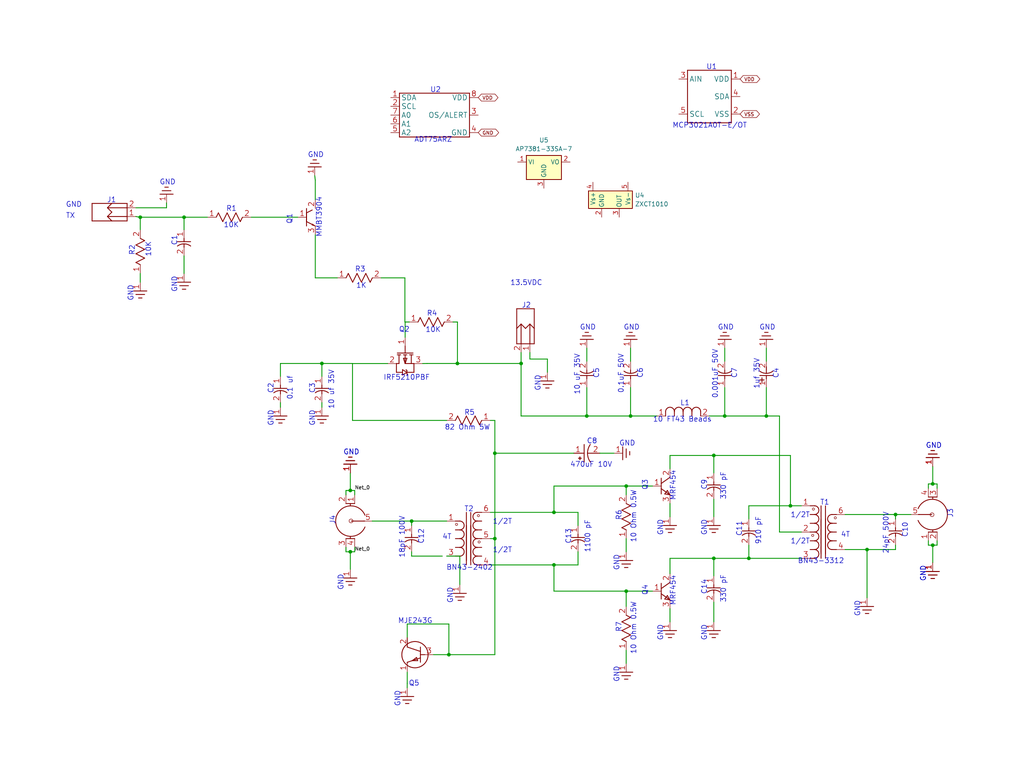
<source format=kicad_sch>
(kicad_sch (version 20250114) (generator "eeschema") (generator_version "9.0")
  (paper "User" 297.002 224.815)
  (lib_symbols
    (symbol "Amplifier_Current:ZXCT1010" (pin_names (offset 0.254))
      (property "Reference" "U" (at 7.62 1.27 0))
      (property "Value" "ZXCT1010" (at 7.62 -1.27 0))
      (symbol "ZXCT1010_1_1"
        (pin input line (at -5.08 5.08 270) (length 2.54) (name "Vs+") (number "4"))
        (pin power_in line (at -2.54 -5.08 90) (length 2.54) (name "GND") (number "2"))
        (pin no_connect line (at 0 2.54 270) (length 2.54) (hide yes) (name "NC") (number "1"))
        (pin output line (at 2.54 -5.08 90) (length 2.54) (name "OUT") (number "3"))
        (pin input line (at 5.08 5.08 270) (length 2.54) (name "Vs-") (number "5"))
      )
    )
    (symbol "K9HZ_100W_PA_MRF454_Vers-eagle-import:2108-V-RC"
      (symbol "2108-V-RC_1_0"
        (pin passive line (at -7.62 -1.27 0) (length 2.54) (name "1") (number "1"))
        (pin passive line (at 7.62 -1.27 180) (length 2.54) (name "2") (number "2"))
      )
    )
    (symbol "K9HZ_100W_PA_MRF454_Vers-eagle-import:395310002"
      (symbol "395310002_1_0"
        (pin passive line (at 7.62 1.27 180) (length 2.54) (name "P1") (number "1"))
        (pin passive line (at 7.62 -1.27 180) (length 2.54) (name "P2") (number "2"))
      )
    )
    (symbol "K9HZ_100W_PA_MRF454_Vers-eagle-import:901-144"
      (symbol "901-144_1_0"
        (pin bidirectional line (at -6.35 0 0) (length 2.54) (name "CON") (number "5"))
        (pin power_in line (at -1.27 7.62 270) (length 2.54) (name "GND@2") (number "4"))
        (pin power_in line (at -1.27 -7.62 90) (length 2.54) (name "GND@1") (number "1"))
        (pin power_in line (at 1.27 7.62 270) (length 2.54) (name "GND@4") (number "3"))
        (pin power_in line (at 1.27 -7.62 90) (length 2.54) (name "GND@3") (number "2"))
      )
    )
    (symbol "K9HZ_100W_PA_MRF454_Vers-eagle-import:901-144_20"
      (symbol "901-144_20_1_0"
        (pin power_in line (at -1.27 7.62 270) (length 2.54) (name "GND@3") (number "2"))
        (pin power_in line (at -1.27 -7.62 90) (length 2.54) (name "GND@4") (number "3"))
        (pin power_in line (at 1.27 7.62 270) (length 2.54) (name "GND@1") (number "1"))
        (pin power_in line (at 1.27 -7.62 90) (length 2.54) (name "GND@2") (number "4"))
        (pin bidirectional line (at 6.35 0 180) (length 2.54) (name "CON") (number "5"))
      )
    )
    (symbol "K9HZ_100W_PA_MRF454_Vers-eagle-import:ADT75ARZ"
      (symbol "ADT75ARZ_1_0"
        (pin bidirectional line (at -12.7 5.08 0) (length 2.54) (name "SDA") (number "1"))
        (pin input line (at -12.7 2.54 0) (length 2.54) (name "SCL") (number "2"))
        (pin input line (at -12.7 0 0) (length 2.54) (name "A0") (number "7"))
        (pin input line (at -12.7 -2.54 0) (length 2.54) (name "A1") (number "6"))
        (pin input line (at -12.7 -5.08 0) (length 2.54) (name "A2") (number "5"))
        (pin power_in line (at 12.7 5.08 180) (length 2.54) (name "VDD") (number "8"))
        (pin output line (at 12.7 0 180) (length 2.54) (name "OS/ALERT") (number "3"))
        (pin power_in line (at 12.7 -5.08 180) (length 2.54) (name "GND") (number "4"))
      )
    )
    (symbol "K9HZ_100W_PA_MRF454_Vers-eagle-import:BN43-2402"
      (symbol "BN43-2402_1_0"
        (pin passive line (at -6.35 5.08 0) (length 2.54) (name "2") (number "1"))
        (pin passive line (at -6.35 -5.08 0) (length 2.54) (name "6") (number "3"))
        (pin passive line (at 6.35 7.62 180) (length 2.54) (name "1") (number "6"))
        (pin passive line (at 6.35 0 180) (length 2.54) (name "3") (number "5"))
        (pin passive line (at 6.35 -7.62 180) (length 2.54) (name "5") (number "4"))
      )
    )
    (symbol "K9HZ_100W_PA_MRF454_Vers-eagle-import:BN43-3312"
      (symbol "BN43-3312_1_0"
        (pin passive line (at -6.35 7.62 0) (length 2.54) (name "1") (number "1"))
        (pin passive line (at -6.35 0 0) (length 2.54) (name "3") (number "2"))
        (pin passive line (at -6.35 -7.62 0) (length 2.54) (name "5") (number "3"))
        (pin passive line (at 6.35 5.08 180) (length 2.54) (name "2") (number "6"))
        (pin passive line (at 6.35 -5.08 180) (length 2.54) (name "6") (number "4"))
      )
    )
    (symbol "K9HZ_100W_PA_MRF454_Vers-eagle-import:CAP_1206"
      (symbol "CAP_1206_1_0"
        (pin passive line (at -3.81 0 0) (length 2.54) (name "1") (number "1"))
        (pin passive line (at 3.81 0 180) (length 2.54) (name "2") (number "2"))
      )
    )
    (symbol "K9HZ_100W_PA_MRF454_Vers-eagle-import:CAP_1825"
      (symbol "CAP_1825_1_0"
        (pin passive line (at -3.81 0 0) (length 2.54) (name "1") (number "1"))
        (pin passive line (at 3.81 0 180) (length 2.54) (name "2") (number "2"))
      )
    )
    (symbol "K9HZ_100W_PA_MRF454_Vers-eagle-import:CFR3WSJT-73-10R"
      (symbol "CFR3WSJT-73-10R_1_0"
        (pin passive line (at -6.35 0 0) (length 2.54) (name "1") (number "1"))
        (pin passive line (at 6.35 0 180) (length 2.54) (name "2") (number "2"))
      )
    )
    (symbol "K9HZ_100W_PA_MRF454_Vers-eagle-import:EEV107M035(1)9HAA"
      (symbol "EEV107M035(1)9HAA_1_0"
        (pin passive line (at -3.81 0 0) (length 2.54) (name "PLUS") (number "1"))
        (pin passive line (at 3.81 0 180) (length 2.54) (name "MINUS") (number "2"))
      )
    )
    (symbol "K9HZ_100W_PA_MRF454_Vers-eagle-import:GND" (power)
      (symbol "GND_1_0"
        (pin power_in line (at 0 3.556 270) (length 2.54) (name "GND") (number "1"))
      )
    )
    (symbol "K9HZ_100W_PA_MRF454_Vers-eagle-import:GND_11" (power)
      (symbol "GND_11_1_0"
        (pin power_in line (at 0 -3.556 90) (length 2.54) (name "GND") (number "1"))
      )
    )
    (symbol "K9HZ_100W_PA_MRF454_Vers-eagle-import:HDR-1X2"
      (symbol "HDR-1X2_1_0"
        (pin passive line (at 7.62 1.27 180) (length 2.54) (name "P2") (number "2"))
        (pin passive line (at 7.62 -1.27 180) (length 2.54) (name "P1") (number "1"))
      )
    )
    (symbol "K9HZ_100W_PA_MRF454_Vers-eagle-import:IRF5210PBF"
      (symbol "IRF5210PBF_1_0"
        (pin passive line (at -6.731 0 0) (length 2.54) (name "G") (number "1"))
        (pin passive line (at 0.889 5.08 270) (length 2.54) (name "S") (number "3"))
        (pin passive line (at 0.889 -5.08 90) (length 2.54) (name "D") (number "2"))
      )
    )
    (symbol "K9HZ_100W_PA_MRF454_Vers-eagle-import:MCP3021A0T-E/OT"
      (symbol "MCP3021A0T-E/OT_1_0"
        (pin input line (at -8.89 5.08 0) (length 2.54) (name "AIN") (number "3"))
        (pin input line (at -8.89 -5.08 0) (length 2.54) (name "SCL") (number "5"))
        (pin power_in line (at 8.89 5.08 180) (length 2.54) (name "VDD") (number "1"))
        (pin bidirectional line (at 8.89 0 180) (length 2.54) (name "SDA") (number "4"))
        (pin power_in line (at 8.89 -5.08 180) (length 2.54) (name "VSS") (number "2"))
      )
    )
    (symbol "K9HZ_100W_PA_MRF454_Vers-eagle-import:MJE243G"
      (symbol "MJE243G_1_0"
        (pin passive line (at -2.235 4.445 270) (length 2.54) (name "C") (number "2"))
        (pin passive line (at -2.235 -5.715 90) (length 2.54) (name "E") (number "1"))
        (pin passive line (at 5.385 -0.635 180) (length 2.54) (name "B") (number "3"))
      )
    )
    (symbol "K9HZ_100W_PA_MRF454_Vers-eagle-import:MMBT3904"
      (symbol "MMBT3904_1_0"
        (pin passive line (at -3.81 0 0) (length 2.54) (name "(B)") (number "1"))
        (pin passive line (at 1.27 5.08 270) (length 2.54) (name "(E)") (number "2"))
        (pin passive line (at 1.27 -5.08 90) (length 2.54) (name "(C)") (number "3"))
      )
    )
    (symbol "K9HZ_100W_PA_MRF454_Vers-eagle-import:MRF454"
      (symbol "MRF454_1_0"
        (pin passive line (at -3.81 0 0) (length 2.54) (name "B") (number "1"))
        (pin passive line (at 1.27 5.08 270) (length 2.54) (name "C") (number "2"))
        (pin passive line (at 1.27 -5.08 90) (length 2.54) (name "E") (number "3"))
      )
    )
    (symbol "K9HZ_100W_PA_MRF454_Vers-eagle-import:RES_1206"
      (symbol "RES_1206_1_0"
        (pin passive line (at -6.35 0 0) (length 2.54) (name "1") (number "1"))
        (pin passive line (at 6.35 0 180) (length 2.54) (name "2") (number "2"))
      )
    )
    (symbol "K9HZ_100W_PA_MRF454_Vers-eagle-import:RES_1210"
      (symbol "RES_1210_1_0"
        (pin passive line (at -6.35 0 0) (length 2.54) (name "1") (number "1"))
        (pin passive line (at 6.35 0 180) (length 2.54) (name "2") (number "2"))
      )
    )
    (symbol "K9HZ_100W_PA_MRF454_Vers-eagle-import:T541X158M2R5AH6610"
      (symbol "T541X158M2R5AH6610_1_0"
        (pin passive line (at -5.08 0 0) (length 2.54) (name "1") (number "1"))
        (pin passive line (at 2.54 0 180) (length 2.54) (name "2") (number "2"))
      )
    )
    (symbol "Regulator_Linear:AP7381-33SA-7"
      (property "Reference" "U" (at -3.81 3.175 0))
      (property "Value" "AP7381-33SA-7" (at 0 3.175 0))
      (symbol "AP7381-33SA-7_1_1"
        (pin power_in line (at -7.62 0 0) (length 2.54) (name "VI") (number "1"))
        (pin power_in line (at 0 -7.62 90) (length 2.54) (name "GND") (number "3"))
        (pin power_out line (at 7.62 0 180) (length 2.54) (name "VO") (number "2"))
      )
    )
  )
  (text "1100 pF" (at 169.551 160.426 90) (effects (font (size 1.48 1.48)) (justify left top)))
  (text "BN43-2402" (at 129.431 163.83 0) (effects (font (size 1.48 1.48)) (justify left top)))
  (text "GND" (at 179.705 197.999 90) (effects (font (size 1.48 1.48)) (justify left bottom)))
  (text "4T" (at 243.84 154.305 0) (effects (font (size 1.48 1.48)) (justify left top)))
  (text "R4" (at 123.748 91.883 0) (effects (font (size 1.48 1.48)) (justify left bottom)))
  (text "10 Ohm 0.5W" (at 182.88 157.527 90) (effects (font (size 1.48 1.48)) (justify left top)))
  (text "GND" (at 89.236 45.882 0) (effects (font (size 1.48 1.48)) (justify left bottom)))
  (text "10 Ohm 0.5W" (at 182.88 189.912 90) (effects (font (size 1.48 1.48)) (justify left top)))
  (text "C8" (at 170.158 128.905 0) (effects (font (size 1.48 1.48)) (justify left bottom)))
  (text "13.5VDC" (at 147.955 81.28 0) (effects (font (size 1.48 1.48)) (justify left top)))
  (text "GND" (at 156.845 113.544 90) (effects (font (size 1.48 1.48)) (justify left bottom)))
  (text "MCP3021A0T-E/OT" (at 194.995 35.618 0) (effects (font (size 1.48 1.48)) (justify left top)))
  (text "1uf 35V" (at 220.339 112.981 90) (effects (font (size 1.48 1.48)) (justify left bottom)))
  (text "T2" (at 134.634 148.59 0) (effects (font (size 1.48 1.48)) (justify left bottom)))
  (text "GND" (at 205.105 185.934 90) (effects (font (size 1.48 1.48)) (justify left bottom)))
  (text "Q5" (at 121.675 197.421 0) (effects (font (size 1.48 1.48)) (justify right top)))
  (text "GND" (at 168.142 95.909 0) (effects (font (size 1.48 1.48)) (justify left bottom)))
  (text "GND" (at 116.19 205.057 90) (effects (font (size 1.48 1.48)) (justify left bottom)))
  (text "GND" (at 205.105 155.454 90) (effects (font (size 1.48 1.48)) (justify left bottom)))
  (text "IRF5210PBF" (at 111.192 108.742 0) (effects (font (size 1.48 1.48)) (justify left top)))
  (text "Q4" (at 187.96 172.816 90) (effects (font (size 1.48 1.48)) (justify left bottom)))
  (text "910 pF" (at 219.081 158.067 90) (effects (font (size 1.48 1.48)) (justify left top)))
  (text "GND" (at 91.44 123.704 90) (effects (font (size 1.48 1.48)) (justify left bottom)))
  (text "L1" (at 197.265 117.88 0) (effects (font (size 1.48 1.48)) (justify left bottom)))
  (text "1/2T" (at 229.235 156.21 0) (effects (font (size 1.48 1.48)) (justify left top)))
  (text "R2" (at 39.181 74.212 90) (effects (font (size 1.48 1.48)) (justify left bottom)))
  (text "1K" (at 103.252 82.076 0) (effects (font (size 1.48 1.48)) (justify left top)))
  (text "C6" (at 184.791 109.84 90) (effects (font (size 1.48 1.48)) (justify left top)))
  (text "TX" (at 19.069 61.81 0) (effects (font (size 1.48 1.48)) (justify left top)))
  (text "1/2T" (at 142.875 150.495 0) (effects (font (size 1.48 1.48)) (justify left top)))
  (text "330 pF" (at 208.921 145.095 90) (effects (font (size 1.48 1.48)) (justify left top)))
  (text "MJE243G" (at 115.398 181.039 0) (effects (font (size 1.48 1.48)) (justify left bottom)))
  (text "J4" (at 97.35 152.277 90) (effects (font (size 1.48 1.48)) (justify left bottom)))
  (text "10 uF 35V" (at 168.269 114.65 90) (effects (font (size 1.48 1.48)) (justify left bottom)))
  (text "GND" (at 180.842 95.909 0) (effects (font (size 1.48 1.48)) (justify left bottom)))
  (text "R7" (at 180.34 183.501 90) (effects (font (size 1.48 1.48)) (justify left bottom)))
  (text "J2" (at 151.29 89.535 0) (effects (font (size 1.48 1.48)) (justify left bottom)))
  (text "MMBT3904" (at 91.67 57.128 90) (effects (font (size 1.48 1.48)) (justify right top)))
  (text "0.1uF 50V" (at 180.969 114.218 90) (effects (font (size 1.48 1.48)) (justify left bottom)))
  (text "GND" (at 51.476 84.9 90) (effects (font (size 1.48 1.48)) (justify left bottom)))
  (text "U1" (at 204.817 20.378 0) (effects (font (size 1.48 1.48)) (justify left bottom)))
  (text "GND" (at 46.263 53.806 0) (effects (font (size 1.48 1.48)) (justify left bottom)))
  (text "GND" (at 220.212 95.909 0) (effects (font (size 1.48 1.48)) (justify left bottom)))
  (text "Q2" (at 118.833 96.55 0) (effects (font (size 1.48 1.48)) (justify right bottom)))
  (text "0.001uF 50V" (at 208.274 115.71 90) (effects (font (size 1.48 1.48)) (justify left bottom)))
  (text "J3" (at 274.76 150.335 90) (effects (font (size 1.48 1.48)) (justify left top)))
  (text "C1" (at 51.47 71.381 90) (effects (font (size 1.48 1.48)) (justify left bottom)))
  (text "T1" (at 237.831 146.685 0) (effects (font (size 1.48 1.48)) (justify left bottom)))
  (text "1/2T" (at 229.235 148.59 0) (effects (font (size 1.48 1.48)) (justify left top)))
  (text "GND" (at 99.562 132.104 0) (effects (font (size 1.48 1.48)) (justify left bottom)))
  (text "GND" (at 179.705 165.614 90) (effects (font (size 1.48 1.48)) (justify left bottom)))
  (text "0.1 uf" (at 83.232 116.102 90) (effects (font (size 1.48 1.48)) (justify left top)))
  (text "C5" (at 172.091 109.877 90) (effects (font (size 1.48 1.48)) (justify left top)))
  (text "Q3" (at 187.96 142.299 90) (effects (font (size 1.48 1.48)) (justify left bottom)))
  (text "C2" (at 79.41 114.253 90) (effects (font (size 1.48 1.48)) (justify left bottom)))
  (text "24pF 500V" (at 257.804 160.776 90) (effects (font (size 1.48 1.48)) (justify left bottom)))
  (text "GND" (at 79.416 123.704 90) (effects (font (size 1.48 1.48)) (justify left bottom)))
  (text "MRF454" (at 194.31 175.798 90) (effects (font (size 1.48 1.48)) (justify left top)))
  (text "GND" (at 179.572 129.54 0) (effects (font (size 1.48 1.48)) (justify left bottom)))
  (text "J1" (at 31.008 58.986 0) (effects (font (size 1.48 1.48)) (justify left bottom)))
  (text "GND" (at 208.147 95.909 0) (effects (font (size 1.48 1.48)) (justify left bottom)))
  (text "GND" (at 99.562 132.104 0) (effects (font (size 1.48 1.48)) (justify left bottom)))
  (text "Q1" (at 84.86 62.001 90) (effects (font (size 1.48 1.48)) (justify right bottom)))
  (text "GND" (at 268.605 168.789 90) (effects (font (size 1.48 1.48)) (justify left bottom)))
  (text "C10" (at 261.626 156.015 90) (effects (font (size 1.48 1.48)) (justify left top)))
  (text "C13" (at 165.729 157.92 90) (effects (font (size 1.48 1.48)) (justify left bottom)))
  (text "GND" (at 249.555 178.949 90) (effects (font (size 1.48 1.48)) (justify left bottom)))
  (text "MRF454" (at 194.31 145.318 90) (effects (font (size 1.48 1.48)) (justify left top)))
  (text "GND" (at 268.605 168.789 90) (effects (font (size 1.48 1.48)) (justify left bottom)))
  (text "R6" (at 180.34 151.079 90) (effects (font (size 1.48 1.48)) (justify left bottom)))
  (text "GND" (at 268.472 130.199 0) (effects (font (size 1.48 1.48)) (justify left bottom)))
  (text "10K" (at 42.181 74.63 90) (effects (font (size 1.48 1.48)) (justify left top)))
  (text "GND" (at 19.069 58.577 0) (effects (font (size 1.48 1.48)) (justify left top)))
  (text "10K" (at 64.835 64.503 0) (effects (font (size 1.48 1.48)) (justify left top)))
  (text "10K" (at 123.366 94.883 0) (effects (font (size 1.48 1.48)) (justify left top)))
  (text "GND" (at 192.405 155.454 90) (effects (font (size 1.48 1.48)) (justify left bottom)))
  (text "1/2T" (at 142.875 158.75 0) (effects (font (size 1.48 1.48)) (justify left top)))
  (text "R5" (at 134.634 120.65 0) (effects (font (size 1.48 1.48)) (justify left bottom)))
  (text "C11" (at 215.259 155.688 90) (effects (font (size 1.48 1.48)) (justify left bottom)))
  (text "GND" (at 131.445 175.139 90) (effects (font (size 1.48 1.48)) (justify left bottom)))
  (text "82 Ohm 5W" (at 128.95 123.19 0) (effects (font (size 1.48 1.48)) (justify left top)))
  (text "18pF 100V" (at 117.469 161.989 90) (effects (font (size 1.48 1.48)) (justify left bottom)))
  (text "C9" (at 205.099 142.226 90) (effects (font (size 1.48 1.48)) (justify left bottom)))
  (text "ADT75ARZ" (at 120.124 39.729 0) (effects (font (size 1.48 1.48)) (justify left top)))
  (text "U2" (at 124.745 27.029 0) (effects (font (size 1.48 1.48)) (justify left bottom)))
  (text "470uF 10V" (at 165.343 133.985 0) (effects (font (size 1.48 1.48)) (justify left top)))
  (text "C7" (at 212.096 109.877 90) (effects (font (size 1.48 1.48)) (justify left top)))
  (text "R1" (at 65.581 61.503 0) (effects (font (size 1.48 1.48)) (justify left bottom)))
  (text "C3" (at 91.434 114.253 90) (effects (font (size 1.48 1.48)) (justify left bottom)))
  (text "4T" (at 128.27 154.94 0) (effects (font (size 1.48 1.48)) (justify left top)))
  (text "GND" (at 268.472 130.199 0) (effects (font (size 1.48 1.48)) (justify left bottom)))
  (text "330 pF" (at 208.921 174.94 90) (effects (font (size 1.48 1.48)) (justify left top)))
  (text "C4" (at 224.161 109.914 90) (effects (font (size 1.48 1.48)) (justify left top)))
  (text "C12" (at 121.291 157.92 90) (effects (font (size 1.48 1.48)) (justify left top)))
  (text "GND" (at 99.695 166.618 90) (effects (font (size 1.48 1.48)) (justify right bottom)))
  (text "R3" (at 102.925 79.076 0) (effects (font (size 1.48 1.48)) (justify left bottom)))
  (text "10 FT43 Beads" (at 189.328 120.88 0) (effects (font (size 1.48 1.48)) (justify left top)))
  (text "BN43-3312" (at 244.856 161.925 0) (effects (font (size 1.48 1.48)) (justify right top)))
  (text "10 uf 35V" (at 95.256 118.843 90) (effects (font (size 1.48 1.48)) (justify left top)))
  (text "GND" (at 192.405 185.934 90) (effects (font (size 1.48 1.48)) (justify left bottom)))
  (text "GND" (at 38.776 87.44 90) (effects (font (size 1.48 1.48)) (justify left bottom)))
  (text "C14" (at 205.099 172.562 90) (effects (font (size 1.48 1.48)) (justify left bottom)))
  (junction (at 222.25 120.65))
  (junction (at 160.655 148.59))
  (junction (at 101.6 142.24))
  (junction (at 217.17 161.925))
  (junction (at 210.185 120.65))
  (junction (at 251.46 159.385))
  (junction (at 182.88 120.65))
  (junction (at 53.381 63.003))
  (junction (at 270.51 140.335))
  (junction (at 93.345 105.41))
  (junction (at 130.175 189.865))
  (junction (at 119.38 151.13))
  (junction (at 229.235 146.685))
  (junction (at 101.6 160.02))
  (junction (at 207.01 132.08))
  (junction (at 143.51 156.21))
  (junction (at 207.01 161.925))
  (junction (at 270.51 158.115))
  (junction (at 181.61 171.45))
  (junction (at 259.715 149.225))
  (junction (at 40.681 63.003))
  (junction (at 132.66 105.41))
  (junction (at 151.13 105.41))
  (junction (at 170.18 120.65))
  (junction (at 160.655 163.83))
  (junction (at 143.51 131.445))
  (junction (at 181.61 140.97))
  (wire (pts (xy 270.51 163.195) (xy 270.51 158.115)) (stroke (width 0.25)))
  (wire (pts (xy 160.655 171.45) (xy 181.61 171.45)) (stroke (width 0.25)))
  (wire (pts (xy 143.51 121.92) (xy 143.51 131.445)) (stroke (width 0.25)))
  (wire (pts (xy 207.01 132.08) (xy 229.235 132.08)) (stroke (width 0.25)))
  (wire (pts (xy 101.6 137.16) (xy 101.6 142.24)) (stroke (width 0.25)))
  (wire (pts (xy 229.235 146.685) (xy 232.41 146.685)) (stroke (width 0.25)))
  (wire (pts (xy 167.64 152.4) (xy 167.64 148.59)) (stroke (width 0.25)))
  (wire (pts (xy 269.24 158.115) (xy 270.51 158.115)) (stroke (width 0.25)))
  (wire (pts (xy 143.51 189.865) (xy 130.175 189.865)) (stroke (width 0.25)))
  (wire (pts (xy 81.321 116.771) (xy 81.321 118.11)) (stroke (width 0.25)))
  (wire (pts (xy 102.235 105.41) (xy 102.235 121.92)) (stroke (width 0.25)))
  (wire (pts (xy 119.38 151.13) (xy 119.38 152.4)) (stroke (width 0.25)))
  (wire (pts (xy 142.24 163.83) (xy 160.655 163.83)) (stroke (width 0.25)))
  (wire (pts (xy 207.01 132.08) (xy 207.01 137.16)) (stroke (width 0.25)))
  (wire (pts (xy 151.13 120.65) (xy 170.18 120.65)) (stroke (width 0.25)))
  (wire (pts (xy 217.17 150.495) (xy 217.17 146.685)) (stroke (width 0.25)))
  (wire (pts (xy 181.61 140.97) (xy 189.23 140.97)) (stroke (width 0.25)))
  (wire (pts (xy 205.74 120.65) (xy 210.185 120.65)) (stroke (width 0.25)))
  (wire (pts (xy 132.66 93.383) (xy 131.39 93.383)) (stroke (width 0.25)))
  (wire (pts (xy 217.17 146.685) (xy 229.235 146.685)) (stroke (width 0.25)))
  (wire (pts (xy 91.44 68.083) (xy 91.44 80.576)) (stroke (width 0.25)))
  (wire (pts (xy 133.35 169.545) (xy 133.35 161.29)) (stroke (width 0.25)))
  (wire (pts (xy 167.64 148.59) (xy 160.655 148.59)) (stroke (width 0.25)))
  (wire (pts (xy 81.321 109.151) (xy 81.321 105.41)) (stroke (width 0.25)))
  (wire (pts (xy 182.88 112.395) (xy 182.88 120.65)) (stroke (width 0.25)))
  (wire (pts (xy 81.321 105.41) (xy 93.345 105.41)) (stroke (width 0.25)))
  (wire (pts (xy 153.67 104.14) (xy 158.75 104.14)) (stroke (width 0.25)))
  (wire (pts (xy 151.13 105.41) (xy 151.13 120.65)) (stroke (width 0.25)))
  (wire (pts (xy 217.17 158.115) (xy 217.17 161.925)) (stroke (width 0.25)))
  (wire (pts (xy 119.38 161.29) (xy 128.27 161.29)) (stroke (width 0.25)))
  (wire (pts (xy 270.51 140.335) (xy 271.78 140.335)) (stroke (width 0.25)))
  (wire (pts (xy 91.44 80.576) (xy 97.831 80.576)) (stroke (width 0.25)))
  (wire (pts (xy 251.46 159.385) (xy 251.46 173.355)) (stroke (width 0.25)))
  (wire (pts (xy 207.01 174.625) (xy 207.01 180.34)) (stroke (width 0.25)))
  (wire (pts (xy 133.35 161.29) (xy 129.54 161.29)) (stroke (width 0.25)))
  (wire (pts (xy 245.11 159.385) (xy 251.46 159.385)) (stroke (width 0.25)))
  (wire (pts (xy 91.44 52.208) (xy 91.274 50.938)) (stroke (width 0.25)))
  (wire (pts (xy 181.61 188.595) (xy 181.61 192.405)) (stroke (width 0.25)))
  (wire (pts (xy 271.78 140.335) (xy 271.78 141.605)) (stroke (width 0.25)))
  (wire (pts (xy 93.345 105.41) (xy 102.235 105.41)) (stroke (width 0.25)))
  (wire (pts (xy 207.01 161.925) (xy 207.01 167.005)) (stroke (width 0.25)))
  (wire (pts (xy 123.854 105.41) (xy 122.584 105.44)) (stroke (width 0.25)))
  (wire (pts (xy 269.24 140.335) (xy 269.24 141.605)) (stroke (width 0.25)))
  (wire (pts (xy 158.75 104.14) (xy 158.75 107.95)) (stroke (width 0.25)))
  (wire (pts (xy 170.18 100.965) (xy 170.18 104.775)) (stroke (width 0.25)))
  (wire (pts (xy 170.18 120.65) (xy 182.88 120.65)) (stroke (width 0.25)))
  (wire (pts (xy 217.17 161.925) (xy 232.41 161.925)) (stroke (width 0.25)))
  (wire (pts (xy 160.655 148.59) (xy 160.655 140.97)) (stroke (width 0.25)))
  (wire (pts (xy 123.854 105.41) (xy 132.66 105.41)) (stroke (width 0.25)))
  (wire (pts (xy 270.51 158.115) (xy 271.78 158.115)) (stroke (width 0.25)))
  (wire (pts (xy 48.301 60.256) (xy 39.411 60.256)) (stroke (width 0.25)))
  (wire (pts (xy 143.51 156.21) (xy 143.51 189.865)) (stroke (width 0.25)))
  (wire (pts (xy 166.37 131.445) (xy 143.51 131.445)) (stroke (width 0.25)))
  (wire (pts (xy 119.38 151.13) (xy 129.54 151.13)) (stroke (width 0.25)))
  (wire (pts (xy 143.51 121.92) (xy 142.24 121.92)) (stroke (width 0.25)))
  (wire (pts (xy 269.24 158.115) (xy 269.24 156.845)) (stroke (width 0.25)))
  (wire (pts (xy 226.06 120.65) (xy 226.06 154.305)) (stroke (width 0.25)))
  (wire (pts (xy 101.6 142.24) (xy 100.33 142.24)) (stroke (width 0.25)))
  (wire (pts (xy 207.01 161.925) (xy 217.17 161.925)) (stroke (width 0.25)))
  (wire (pts (xy 181.61 143.51) (xy 181.61 140.97)) (stroke (width 0.25)))
  (wire (pts (xy 182.88 120.65) (xy 190.5 120.65)) (stroke (width 0.25)))
  (wire (pts (xy 93.345 109.151) (xy 93.345 105.41)) (stroke (width 0.25)))
  (wire (pts (xy 194.31 146.05) (xy 194.31 149.86)) (stroke (width 0.25)))
  (wire (pts (xy 181.61 175.895) (xy 181.61 171.45)) (stroke (width 0.25)))
  (wire (pts (xy 194.31 132.08) (xy 207.01 132.08)) (stroke (width 0.25)))
  (wire (pts (xy 102.87 160.02) (xy 102.87 158.75)) (stroke (width 0.25)))
  (wire (pts (xy 167.64 163.83) (xy 160.655 163.83)) (stroke (width 0.25)))
  (wire (pts (xy 118.11 198.193) (xy 118.11 194.945)) (stroke (width 0.25)))
  (wire (pts (xy 259.715 149.225) (xy 259.715 150.495)) (stroke (width 0.25)))
  (wire (pts (xy 210.185 120.65) (xy 222.25 120.65)) (stroke (width 0.25)))
  (wire (pts (xy 269.24 140.335) (xy 270.51 140.335)) (stroke (width 0.25)))
  (wire (pts (xy 117.504 97.82) (xy 117.504 93.383)) (stroke (width 0.25)))
  (wire (pts (xy 207.01 144.78) (xy 207.01 149.86)) (stroke (width 0.25)))
  (wire (pts (xy 130.175 180.975) (xy 130.175 189.865)) (stroke (width 0.25)))
  (wire (pts (xy 40.681 63.003) (xy 53.381 63.003)) (stroke (width 0.25)))
  (wire (pts (xy 119.38 161.29) (xy 119.38 160.02)) (stroke (width 0.25)))
  (wire (pts (xy 102.87 142.24) (xy 102.87 143.51)) (stroke (width 0.25)))
  (wire (pts (xy 181.61 171.45) (xy 189.23 171.45)) (stroke (width 0.25)))
  (wire (pts (xy 40.681 81.846) (xy 40.681 79.306)) (stroke (width 0.25)))
  (wire (pts (xy 210.185 112.395) (xy 210.185 120.65)) (stroke (width 0.25)))
  (wire (pts (xy 130.175 189.865) (xy 125.73 189.865)) (stroke (width 0.25)))
  (wire (pts (xy 53.381 74.226) (xy 53.381 79.306)) (stroke (width 0.25)))
  (wire (pts (xy 170.18 112.395) (xy 170.18 120.65)) (stroke (width 0.25)))
  (wire (pts (xy 93.345 116.771) (xy 93.345 118.11)) (stroke (width 0.25)))
  (wire (pts (xy 160.655 163.83) (xy 160.655 171.45)) (stroke (width 0.25)))
  (wire (pts (xy 107.95 151.13) (xy 119.38 151.13)) (stroke (width 0.25)))
  (wire (pts (xy 151.13 102.235) (xy 151.13 105.41)) (stroke (width 0.25)))
  (wire (pts (xy 100.33 142.24) (xy 100.33 143.51)) (stroke (width 0.25)))
  (wire (pts (xy 229.235 132.08) (xy 229.235 146.685)) (stroke (width 0.25)))
  (wire (pts (xy 222.25 112.395) (xy 222.25 120.65)) (stroke (width 0.25)))
  (wire (pts (xy 132.66 93.383) (xy 132.66 105.41)) (stroke (width 0.25)))
  (wire (pts (xy 210.185 100.965) (xy 210.185 104.775)) (stroke (width 0.25)))
  (wire (pts (xy 270.51 135.255) (xy 270.51 140.335)) (stroke (width 0.25)))
  (wire (pts (xy 194.31 176.53) (xy 194.31 180.34)) (stroke (width 0.25)))
  (wire (pts (xy 259.715 159.385) (xy 251.46 159.385)) (stroke (width 0.25)))
  (wire (pts (xy 102.235 121.92) (xy 129.54 121.92)) (stroke (width 0.25)))
  (wire (pts (xy 40.681 63.003) (xy 39.411 62.796)) (stroke (width 0.25)))
  (wire (pts (xy 102.87 142.24) (xy 101.6 142.24)) (stroke (width 0.25)))
  (wire (pts (xy 40.681 66.606) (xy 40.681 63.003)) (stroke (width 0.25)))
  (wire (pts (xy 118.11 180.975) (xy 130.175 180.975)) (stroke (width 0.25)))
  (wire (pts (xy 102.87 160.02) (xy 101.6 160.02)) (stroke (width 0.25)))
  (wire (pts (xy 142.24 148.59) (xy 160.655 148.59)) (stroke (width 0.25)))
  (wire (pts (xy 153.67 102.235) (xy 153.67 104.14)) (stroke (width 0.25)))
  (wire (pts (xy 181.61 156.21) (xy 181.61 160.02)) (stroke (width 0.25)))
  (wire (pts (xy 222.25 100.965) (xy 222.25 104.775)) (stroke (width 0.25)))
  (wire (pts (xy 53.381 63.003) (xy 60.159 63.003)) (stroke (width 0.25)))
  (wire (pts (xy 143.51 156.21) (xy 142.24 156.21)) (stroke (width 0.25)))
  (wire (pts (xy 101.6 165.1) (xy 101.6 160.02)) (stroke (width 0.25)))
  (wire (pts (xy 226.06 154.305) (xy 232.41 154.305)) (stroke (width 0.25)))
  (wire (pts (xy 259.715 159.385) (xy 259.715 158.115)) (stroke (width 0.25)))
  (wire (pts (xy 117.42 93.383) (xy 118.69 93.383)) (stroke (width 0.25)))
  (wire (pts (xy 194.31 166.37) (xy 194.31 161.925)) (stroke (width 0.25)))
  (wire (pts (xy 222.25 120.65) (xy 226.06 120.65)) (stroke (width 0.25)))
  (wire (pts (xy 100.33 160.02) (xy 100.33 158.75)) (stroke (width 0.25)))
  (wire (pts (xy 53.381 66.606) (xy 53.381 63.003)) (stroke (width 0.25)))
  (wire (pts (xy 259.715 149.225) (xy 264.16 149.225)) (stroke (width 0.25)))
  (wire (pts (xy 182.88 100.965) (xy 182.88 104.775)) (stroke (width 0.25)))
  (wire (pts (xy 173.99 131.445) (xy 178.054 131.445)) (stroke (width 0.25)))
  (wire (pts (xy 72.859 63.003) (xy 86.36 63.003)) (stroke (width 0.25)))
  (wire (pts (xy 160.655 140.97) (xy 181.61 140.97)) (stroke (width 0.25)))
  (wire (pts (xy 132.66 105.41) (xy 151.13 105.41)) (stroke (width 0.25)))
  (wire (pts (xy 101.6 160.02) (xy 100.33 160.02)) (stroke (width 0.25)))
  (wire (pts (xy 245.11 149.225) (xy 259.715 149.225)) (stroke (width 0.25)))
  (wire (pts (xy 143.51 131.445) (xy 143.51 156.21)) (stroke (width 0.25)))
  (wire (pts (xy 118.11 184.785) (xy 118.11 180.975)) (stroke (width 0.25)))
  (wire (pts (xy 91.44 52.208) (xy 91.44 57.923)) (stroke (width 0.25)))
  (wire (pts (xy 194.31 135.89) (xy 194.31 132.08)) (stroke (width 0.25)))
  (wire (pts (xy 118.11 198.193) (xy 118.095 199.463)) (stroke (width 0.25)))
  (wire (pts (xy 117.42 93.383) (xy 117.42 80.576)) (stroke (width 0.25)))
  (wire (pts (xy 117.42 80.576) (xy 110.531 80.576)) (stroke (width 0.25)))
  (wire (pts (xy 167.64 160.02) (xy 167.64 163.83)) (stroke (width 0.25)))
  (wire (pts (xy 48.301 60.256) (xy 48.301 58.862)) (stroke (width 0.25)))
  (wire (pts (xy 102.235 105.44) (xy 112.424 105.44)) (stroke (width 0.25)))
  (wire (pts (xy 271.78 158.115) (xy 271.78 156.845)) (stroke (width 0.25)))
  (wire (pts (xy 194.31 161.925) (xy 207.01 161.925)) (stroke (width 0.25)))
  (label "Net_0" (at 102.87 142.24 0) (effects (font (size 1.016 1.016))))
  (label "Net_0" (at 102.87 160.02 0) (effects (font (size 1.016 1.016))))
  (global_label "VDD" (shape bidirectional) (at 214.636 22.918 0) (effects (font (size 1.016 1.016))) (property "Intersheetrefs" "${INTERSHEET_REFS}" (effects (hide yes))))
  (global_label "VSS" (shape bidirectional) (at 214.636 33.078 0) (effects (font (size 1.016 1.016))) (property "Intersheetrefs" "${INTERSHEET_REFS}" (effects (hide yes))))
  (global_label "VDD" (shape bidirectional) (at 138.701 28.299 0) (effects (font (size 1.016 1.016))) (property "Intersheetrefs" "${INTERSHEET_REFS}" (effects (hide yes))))
  (global_label "GND" (shape bidirectional) (at 138.701 38.459 0) (effects (font (size 1.016 1.016))) (property "Intersheetrefs" "${INTERSHEET_REFS}" (effects (hide yes))))
  (symbol (lib_id "K9HZ_100W_PA_MRF454_Vers-eagle-import:MMBT3904") (at 90.17 63.003 0) (unit 1)
    (property "Reference" "Q1" (effects (hide yes)))
    (property "Value" "MMBT3904" (effects (hide yes)))
    (property "Footprint" "K9HZ_100W_PA_MRF454_Vers:SOT23" (effects (hide yes)))
  )
  (symbol (lib_id "Amplifier_Current:ZXCT1010") (at 177.038 57.912 0) (unit 1)
    (property "Reference" "U4" (at 184.15 56.6419 0) (effects (justify left)))
    (property "Value" "ZXCT1010" (at 184.15 59.1819 0) (effects (justify left)))
    (property "Footprint" "Package_TO_SOT_SMD:SOT-23-5" (effects (hide yes)))
    (property "Datasheet" "https://www.diodes.com/assets/Datasheets/ZXCT1010.pdf" (effects (hide yes)))
    (property "Description" "Enhanced High-Side Current Monitors, SOT-23-5" (effects (hide yes)))
  )
  (symbol (lib_id "K9HZ_100W_PA_MRF454_Vers-eagle-import:CAP_1825") (at 207.01 140.97 270) (unit 1)
    (property "Reference" "C9" (effects (hide yes)))
    (property "Value" "330 pF" (effects (hide yes)))
    (property "Footprint" "K9HZ_100W_PA_MRF454_Vers:CAP_1825" (effects (hide yes)))
  )
  (symbol (lib_id "K9HZ_100W_PA_MRF454_Vers-eagle-import:GND") (at 270.51 166.751 0) (unit 1)
    (property "Reference" "#NetPort20" (effects (hide yes)))
    (property "Value" "GND" (effects (hide yes)))
  )
  (symbol (lib_id "K9HZ_100W_PA_MRF454_Vers-eagle-import:GND") (at 210.185 97.409 180) (unit 1)
    (property "Reference" "#NetPort7" (effects (hide yes)))
    (property "Value" "GND" (effects (hide yes)))
  )
  (symbol (lib_id "K9HZ_100W_PA_MRF454_Vers-eagle-import:GND") (at 182.88 97.409 180) (unit 1)
    (property "Reference" "#NetPort6" (effects (hide yes)))
    (property "Value" "GND" (effects (hide yes)))
  )
  (symbol (lib_id "K9HZ_100W_PA_MRF454_Vers-eagle-import:CAP_1206") (at 182.88 108.585 90) (unit 1)
    (property "Reference" "C6" (effects (hide yes)))
    (property "Value" "0.1uF 50V" (effects (hide yes)))
    (property "Footprint" "K9HZ_100W_PA_MRF454_Vers:CAP_1206" (effects (hide yes)))
  )
  (symbol (lib_id "K9HZ_100W_PA_MRF454_Vers-eagle-import:2108-V-RC") (at 198.12 119.38 0) (unit 1)
    (property "Reference" "L1" (effects (hide yes)))
    (property "Value" "10 FT43 Beads" (effects (hide yes)))
    (property "Footprint" "K9HZ_100W_PA_MRF454_Vers:BOURNS_2108-V-RC" (effects (hide yes)))
  )
  (symbol (lib_id "K9HZ_100W_PA_MRF454_Vers-eagle-import:GND_11") (at 101.6 168.656 180) (unit 1)
    (property "Reference" "#NetPort23" (effects (hide yes)))
    (property "Value" "GND_11" (effects (hide yes)))
  )
  (symbol (lib_id "K9HZ_100W_PA_MRF454_Vers-eagle-import:GND") (at 40.681 85.402 0) (unit 1)
    (property "Reference" "#NetPort4" (effects (hide yes)))
    (property "Value" "GND" (effects (hide yes)))
  )
  (symbol (lib_id "K9HZ_100W_PA_MRF454_Vers-eagle-import:GND_11") (at 101.6 133.604 0) (unit 1)
    (property "Reference" "#NetPort16" (effects (hide yes)))
    (property "Value" "GND_11" (effects (hide yes)))
  )
  (symbol (lib_id "K9HZ_100W_PA_MRF454_Vers-eagle-import:BN43-2402") (at 135.89 156.21 0) (unit 1)
    (property "Reference" "T2" (effects (hide yes)))
    (property "Value" "3T 3T 3T" (effects (hide yes)))
    (property "Footprint" "K9HZ_100W_PA_MRF454_Vers:BN_FOOT" (effects (hide yes)))
  )
  (symbol (lib_id "K9HZ_100W_PA_MRF454_Vers-eagle-import:CAP_1206") (at 53.381 70.416 270) (unit 1)
    (property "Reference" "C1" (effects (hide yes)))
    (property "Value" "CAP_1206" (effects (hide yes)))
    (property "Footprint" "K9HZ_100W_PA_MRF454_Vers:CAP_1206" (effects (hide yes)))
  )
  (symbol (lib_id "K9HZ_100W_PA_MRF454_Vers-eagle-import:901-144_20") (at 101.6 151.13 0) (unit 1)
    (property "Reference" "J4" (effects (hide yes)))
    (property "Value" "901-144_20" (effects (hide yes)))
    (property "Footprint" "K9HZ_100W_PA_MRF454_Vers:AMPHENOL_901-144" (effects (hide yes)))
  )
  (symbol (lib_id "K9HZ_100W_PA_MRF454_Vers-eagle-import:GND") (at 207.01 153.416 0) (unit 1)
    (property "Reference" "#NetPort18" (effects (hide yes)))
    (property "Value" "GND" (effects (hide yes)))
  )
  (symbol (lib_id "K9HZ_100W_PA_MRF454_Vers-eagle-import:CAP_1206") (at 167.64 156.21 270) (unit 1)
    (property "Reference" "C13" (effects (hide yes)))
    (property "Value" "1100 pF" (effects (hide yes)))
    (property "Footprint" "K9HZ_100W_PA_MRF454_Vers:CAP_1206" (effects (hide yes)))
  )
  (symbol (lib_id "K9HZ_100W_PA_MRF454_Vers-eagle-import:MRF454") (at 193.04 171.45 0) (unit 1)
    (property "Reference" "Q4" (effects (hide yes)))
    (property "Value" "MRF454" (effects (hide yes)))
    (property "Footprint" "K9HZ_100W_PA_MRF454_Vers:SOT89" (effects (hide yes)))
  )
  (symbol (lib_id "K9HZ_100W_PA_MRF454_Vers-eagle-import:CAP_1206") (at 119.38 156.21 270) (unit 1)
    (property "Reference" "C12" (effects (hide yes)))
    (property "Value" "18pF 100V" (effects (hide yes)))
    (property "Footprint" "K9HZ_100W_PA_MRF454_Vers:CAP_1206" (effects (hide yes)))
  )
  (symbol (lib_id "K9HZ_100W_PA_MRF454_Vers-eagle-import:GND") (at 251.46 176.911 0) (unit 1)
    (property "Reference" "#NetPort25" (effects (hide yes)))
    (property "Value" "GND" (effects (hide yes)))
  )
  (symbol (lib_id "K9HZ_100W_PA_MRF454_Vers-eagle-import:GND") (at 207.01 183.896 0) (unit 1)
    (property "Reference" "#NetPort27" (effects (hide yes)))
    (property "Value" "GND" (effects (hide yes)))
  )
  (symbol (lib_id "K9HZ_100W_PA_MRF454_Vers-eagle-import:GND") (at 133.35 173.101 0) (unit 1)
    (property "Reference" "#NetPort24" (effects (hide yes)))
    (property "Value" "GND" (effects (hide yes)))
  )
  (symbol (lib_id "K9HZ_100W_PA_MRF454_Vers-eagle-import:CAP_1206") (at 81.321 112.961 270) (unit 1)
    (property "Reference" "C2" (effects (hide yes)))
    (property "Value" "0.1 uf" (effects (hide yes)))
    (property "Footprint" "K9HZ_100W_PA_MRF454_Vers:CAP_1206" (effects (hide yes)))
  )
  (symbol (lib_id "K9HZ_100W_PA_MRF454_Vers-eagle-import:MRF454") (at 193.04 140.97 0) (unit 1)
    (property "Reference" "Q3" (effects (hide yes)))
    (property "Value" "MRF454" (effects (hide yes)))
    (property "Footprint" "K9HZ_100W_PA_MRF454_Vers:SOT89" (effects (hide yes)))
  )
  (symbol (lib_id "K9HZ_100W_PA_MRF454_Vers-eagle-import:MCP3021A0T-E/OT") (at 205.746 27.998 0) (unit 1)
    (property "Reference" "U1" (effects (hide yes)))
    (property "Value" "MCP3021A0T-E/OT" (effects (hide yes)))
    (property "Footprint" "K9HZ_100W_PA_MRF454_Vers:SOT23-5P95_280X145L45X43N" (effects (hide yes)))
  )
  (symbol (lib_id "K9HZ_100W_PA_MRF454_Vers-eagle-import:HDR-1X2") (at 31.791 61.526 0) (unit 1)
    (property "Reference" "J1" (effects (hide yes)))
    (property "Value" "HDR-1X2" (effects (hide yes)))
    (property "Footprint" "K9HZ_100W_PA_MRF454_Vers:HDR-1X2" (effects (hide yes)))
  )
  (symbol (lib_id "K9HZ_100W_PA_MRF454_Vers-eagle-import:RES_1210") (at 181.61 182.245 90) (unit 1)
    (property "Reference" "R7" (effects (hide yes)))
    (property "Value" "10 Ohm 0.5W" (effects (hide yes)))
    (property "Footprint" "K9HZ_100W_PA_MRF454_Vers:RES_1210" (effects (hide yes)))
  )
  (symbol (lib_id "K9HZ_100W_PA_MRF454_Vers-eagle-import:GND") (at 118.095 203.019 0) (unit 1)
    (property "Reference" "#NetPort29" (effects (hide yes)))
    (property "Value" "GND" (effects (hide yes)))
  )
  (symbol (lib_id "K9HZ_100W_PA_MRF454_Vers-eagle-import:GND") (at 181.61 163.576 0) (unit 1)
    (property "Reference" "#NetPort19" (effects (hide yes)))
    (property "Value" "GND" (effects (hide yes)))
  )
  (symbol (lib_id "K9HZ_100W_PA_MRF454_Vers-eagle-import:CAP_1825") (at 207.01 170.815 270) (unit 1)
    (property "Reference" "C14" (effects (hide yes)))
    (property "Value" "330 pF" (effects (hide yes)))
    (property "Footprint" "K9HZ_100W_PA_MRF454_Vers:CAP_1825" (effects (hide yes)))
  )
  (symbol (lib_id "K9HZ_100W_PA_MRF454_Vers-eagle-import:RES_1206") (at 40.681 72.956 90) (unit 1)
    (property "Reference" "R2" (effects (hide yes)))
    (property "Value" "10K" (effects (hide yes)))
    (property "Footprint" "K9HZ_100W_PA_MRF454_Vers:RES_1206" (effects (hide yes)))
  )
  (symbol (lib_id "K9HZ_100W_PA_MRF454_Vers-eagle-import:CAP_1206") (at 93.345 112.961 270) (unit 1)
    (property "Reference" "C3" (effects (hide yes)))
    (property "Value" "10 uf 35V" (effects (hide yes)))
    (property "Footprint" "K9HZ_100W_PA_MRF454_Vers:CAP_1206" (effects (hide yes)))
  )
  (symbol (lib_id "K9HZ_100W_PA_MRF454_Vers-eagle-import:GND") (at 53.381 82.862 0) (unit 1)
    (property "Reference" "#NetPort3" (effects (hide yes)))
    (property "Value" "GND" (effects (hide yes)))
  )
  (symbol (lib_id "K9HZ_100W_PA_MRF454_Vers-eagle-import:GND") (at 270.51 131.699 180) (unit 1)
    (property "Reference" "#NetPort14" (effects (hide yes)))
    (property "Value" "GND" (effects (hide yes)))
  )
  (symbol (lib_id "K9HZ_100W_PA_MRF454_Vers-eagle-import:RES_1206") (at 66.509 63.003 0) (unit 1)
    (property "Reference" "R1" (effects (hide yes)))
    (property "Value" "10K" (effects (hide yes)))
    (property "Footprint" "K9HZ_100W_PA_MRF454_Vers:RES_1206" (effects (hide yes)))
  )
  (symbol (lib_id "K9HZ_100W_PA_MRF454_Vers-eagle-import:CAP_1206") (at 259.715 154.305 270) (unit 1)
    (property "Reference" "C10" (effects (hide yes)))
    (property "Value" "24pF 500V" (effects (hide yes)))
    (property "Footprint" "K9HZ_100W_PA_MRF454_Vers:CAP_1206" (effects (hide yes)))
  )
  (symbol (lib_id "K9HZ_100W_PA_MRF454_Vers-eagle-import:RES_1206") (at 125.04 93.383 0) (unit 1)
    (property "Reference" "R4" (effects (hide yes)))
    (property "Value" "10K" (effects (hide yes)))
    (property "Footprint" "K9HZ_100W_PA_MRF454_Vers:RES_1206" (effects (hide yes)))
  )
  (symbol (lib_id "K9HZ_100W_PA_MRF454_Vers-eagle-import:GND") (at 194.31 153.416 0) (unit 1)
    (property "Reference" "#NetPort17" (effects (hide yes)))
    (property "Value" "GND" (effects (hide yes)))
  )
  (symbol (lib_id "K9HZ_100W_PA_MRF454_Vers-eagle-import:GND") (at 91.274 47.382 180) (unit 1)
    (property "Reference" "#NetPort1" (effects (hide yes)))
    (property "Value" "GND" (effects (hide yes)))
  )
  (symbol (lib_id "K9HZ_100W_PA_MRF454_Vers-eagle-import:GND") (at 93.345 121.666 0) (unit 1)
    (property "Reference" "#NetPort11" (effects (hide yes)))
    (property "Value" "GND" (effects (hide yes)))
  )
  (symbol (lib_id "K9HZ_100W_PA_MRF454_Vers-eagle-import:GND") (at 48.301 55.306 180) (unit 1)
    (property "Reference" "#NetPort2" (effects (hide yes)))
    (property "Value" "GND" (effects (hide yes)))
  )
  (symbol (lib_id "K9HZ_100W_PA_MRF454_Vers-eagle-import:EEV107M035(1)9HAA") (at 222.25 108.585 90) (unit 1)
    (property "Reference" "C4" (effects (hide yes)))
    (property "Value" "1uf 35V" (effects (hide yes)))
    (property "Footprint" "K9HZ_100W_PA_MRF454_Vers:CAPAE-6.6X6.6H7.7" (effects (hide yes)))
  )
  (symbol (lib_id "K9HZ_100W_PA_MRF454_Vers-eagle-import:ADT75ARZ") (at 126.001 33.379 0) (unit 1)
    (property "Reference" "U2" (effects (hide yes)))
    (property "Value" "ADT75ARZ" (effects (hide yes)))
    (property "Footprint" "K9HZ_100W_PA_MRF454_Vers:SOIC-8_150MIL" (effects (hide yes)))
  )
  (symbol (lib_id "K9HZ_100W_PA_MRF454_Vers-eagle-import:RES_1210") (at 181.61 149.86 90) (unit 1)
    (property "Reference" "R6" (effects (hide yes)))
    (property "Value" "10 Ohm 0.5W" (effects (hide yes)))
    (property "Footprint" "K9HZ_100W_PA_MRF454_Vers:RES_1210" (effects (hide yes)))
  )
  (symbol (lib_id "K9HZ_100W_PA_MRF454_Vers-eagle-import:901-144") (at 270.51 149.225 0) (unit 1)
    (property "Reference" "J3" (effects (hide yes)))
    (property "Value" "901-144" (effects (hide yes)))
    (property "Footprint" "K9HZ_100W_PA_MRF454_Vers:AMPHENOL_901-144" (effects (hide yes)))
  )
  (symbol (lib_id "K9HZ_100W_PA_MRF454_Vers-eagle-import:GND") (at 194.31 183.896 0) (unit 1)
    (property "Reference" "#NetPort26" (effects (hide yes)))
    (property "Value" "GND" (effects (hide yes)))
  )
  (symbol (lib_id "Regulator_Linear:AP7381-33SA-7") (at 157.734 46.99 0) (unit 1)
    (property "Reference" "U5" (at 157.734 40.64 0))
    (property "Value" "AP7381-33SA-7" (at 157.734 43.18 0))
    (property "Footprint" "Package_TO_SOT_SMD:SOT-23" (effects (hide yes)))
    (property "Datasheet" "https://www.diodes.com/assets/Datasheets/AP7381.pdf" (effects (hide yes)))
    (property "Description" "150mA Low Dropout Voltage Regulator, Fixed Output 3.3V, Wide Input Voltage Range 40V, SOT-23" (effects (hide yes)))
  )
  (symbol (lib_id "K9HZ_100W_PA_MRF454_Vers-eagle-import:RES_1206") (at 104.181 80.576 0) (unit 1)
    (property "Reference" "R3" (effects (hide yes)))
    (property "Value" "1K" (effects (hide yes)))
    (property "Footprint" "K9HZ_100W_PA_MRF454_Vers:RES_1206" (effects (hide yes)))
  )
  (symbol (lib_id "K9HZ_100W_PA_MRF454_Vers-eagle-import:395310002") (at 152.4 94.615 270) (unit 1)
    (property "Reference" "J2" (effects (hide yes)))
    (property "Value" "395310002" (effects (hide yes)))
    (property "Footprint" "K9HZ_100W_PA_MRF454_Vers:TBH-1X2_5.08_2SH10X8" (effects (hide yes)))
  )
  (symbol (lib_id "K9HZ_100W_PA_MRF454_Vers-eagle-import:BN43-3312") (at 238.76 154.305 0) (unit 1)
    (property "Reference" "T1" (effects (hide yes)))
    (property "Value" "1T 1T 3T" (effects (hide yes)))
    (property "Footprint" "K9HZ_100W_PA_MRF454_Vers:BN43-202_VERT" (effects (hide yes)))
  )
  (symbol (lib_id "K9HZ_100W_PA_MRF454_Vers-eagle-import:GND") (at 181.61 195.961 0) (unit 1)
    (property "Reference" "#NetPort28" (effects (hide yes)))
    (property "Value" "GND" (effects (hide yes)))
  )
  (symbol (lib_id "K9HZ_100W_PA_MRF454_Vers-eagle-import:CAP_1206") (at 170.18 108.585 90) (unit 1)
    (property "Reference" "C5" (effects (hide yes)))
    (property "Value" "10 uF 35V" (effects (hide yes)))
    (property "Footprint" "K9HZ_100W_PA_MRF454_Vers:CAP_1206" (effects (hide yes)))
  )
  (symbol (lib_id "K9HZ_100W_PA_MRF454_Vers-eagle-import:GND") (at 158.75 111.506 0) (unit 1)
    (property "Reference" "#NetPort9" (effects (hide yes)))
    (property "Value" "GND" (effects (hide yes)))
  )
  (symbol (lib_id "K9HZ_100W_PA_MRF454_Vers-eagle-import:MJE243G") (at 120.345 189.23 0) (unit 1)
    (property "Reference" "Q5" (effects (hide yes)))
    (property "Value" "MJE243G" (effects (hide yes)))
    (property "Footprint" "K9HZ_100W_PA_MRF454_Vers:TO229P780X300X1364-3" (effects (hide yes)))
  )
  (symbol (lib_id "K9HZ_100W_PA_MRF454_Vers-eagle-import:GND") (at 181.61 131.445 90) (unit 1)
    (property "Reference" "#NetPort12" (effects (hide yes)))
    (property "Value" "GND" (effects (hide yes)))
  )
  (symbol (lib_id "K9HZ_100W_PA_MRF454_Vers-eagle-import:T541X158M2R5AH6610") (at 171.45 131.445 0) (unit 1)
    (property "Reference" "C8" (effects (hide yes)))
    (property "Value" "470uF 10V" (effects (hide yes)))
    (property "Footprint" "K9HZ_100W_PA_MRF454_Vers:CAPMP7343X430N" (effects (hide yes)))
  )
  (symbol (lib_id "K9HZ_100W_PA_MRF454_Vers-eagle-import:IRF5210PBF") (at 117.504 104.551 270) (unit 1)
    (property "Reference" "Q2" (effects (hide yes)))
    (property "Value" "IRF5210PBF" (effects (hide yes)))
    (property "Footprint" "K9HZ_100W_PA_MRF454_Vers:TO254P1054X469X1930-3" (effects (hide yes)))
  )
  (symbol (lib_id "K9HZ_100W_PA_MRF454_Vers-eagle-import:GND_11") (at 101.6 133.604 0) (unit 1)
    (property "Reference" "#NetPort15" (effects (hide yes)))
    (property "Value" "GND_11" (effects (hide yes)))
  )
  (symbol (lib_id "K9HZ_100W_PA_MRF454_Vers-eagle-import:CAP_1825") (at 217.17 154.305 270) (unit 1)
    (property "Reference" "C11" (effects (hide yes)))
    (property "Value" "910 pF" (effects (hide yes)))
    (property "Footprint" "K9HZ_100W_PA_MRF454_Vers:CAP_1825" (effects (hide yes)))
  )
  (symbol (lib_id "K9HZ_100W_PA_MRF454_Vers-eagle-import:GND") (at 170.18 97.409 180) (unit 1)
    (property "Reference" "#NetPort5" (effects (hide yes)))
    (property "Value" "GND" (effects (hide yes)))
  )
  (symbol (lib_id "K9HZ_100W_PA_MRF454_Vers-eagle-import:CAP_1206") (at 210.185 108.585 90) (unit 1)
    (property "Reference" "C7" (effects (hide yes)))
    (property "Value" "0.001uF 50V" (effects (hide yes)))
    (property "Footprint" "K9HZ_100W_PA_MRF454_Vers:CAP_1206" (effects (hide yes)))
  )
  (symbol (lib_id "K9HZ_100W_PA_MRF454_Vers-eagle-import:GND") (at 270.51 166.751 0) (unit 1)
    (property "Reference" "#NetPort21" (effects (hide yes)))
    (property "Value" "GND" (effects (hide yes)))
  )
  (symbol (lib_id "K9HZ_100W_PA_MRF454_Vers-eagle-import:GND") (at 81.321 121.666 0) (unit 1)
    (property "Reference" "#NetPort10" (effects (hide yes)))
    (property "Value" "GND" (effects (hide yes)))
  )
  (symbol (lib_id "K9HZ_100W_PA_MRF454_Vers-eagle-import:GND") (at 270.51 131.699 180) (unit 1)
    (property "Reference" "#NetPort13" (effects (hide yes)))
    (property "Value" "GND" (effects (hide yes)))
  )
  (symbol (lib_id "K9HZ_100W_PA_MRF454_Vers-eagle-import:CFR3WSJT-73-10R") (at 135.89 121.92 180) (unit 1)
    (property "Reference" "R5" (effects (hide yes)))
    (property "Value" "82 Ohm 5W" (effects (hide yes)))
    (property "Footprint" "K9HZ_100W_PA_MRF454_Vers:RESAD2456W80L1650D550_AD1" (effects (hide yes)))
  )
  (symbol (lib_id "K9HZ_100W_PA_MRF454_Vers-eagle-import:GND") (at 222.25 97.409 180) (unit 1)
    (property "Reference" "#NetPort8" (effects (hide yes)))
    (property "Value" "GND" (effects (hide yes)))
  )
)
</source>
